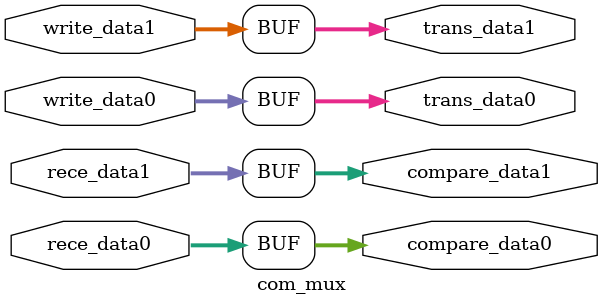
<source format=v>
/*

Copyright (c) 2015-2016 haorui

email:hao310rui@163.com

Permission is hereby granted, free of charge, to any person obtaining a copy
of this software and associated documentation files (the "Software"), to deal
in the Software without restriction, including without limitation the rights
to use, copy, modify, merge, publish, distribute, sublicense, and/or sell
copies of the Software, and to permit persons to whom the Software is
furnished to do so, subject to the following conditions:

The above copyright notice and this permission notice shall be included in
all copies or substantial portions of the Software.

THE SOFTWARE IS PROVIDED "AS IS", WITHOUT WARRANTY OF ANY KIND, EXPRESS OR
IMPLIED, INCLUDING BUT NOT LIMITED TO THE WARRANTIES OF MERCHANTABILITY
FITNESS FOR A PARTICULAR PURPOSE AND NONINFRINGEMENT. IN NO EVENT SHALL THE
AUTHORS OR COPYRIGHT HOLDERS BE LIABLE FOR ANY CLAIM, DAMAGES OR OTHER
LIABILITY, WHETHER IN AN ACTION OF CONTRACT, TORT OR OTHERWISE, ARISING FROM,
OUT OF OR IN CONNECTION WITH THE SOFTWARE OR THE USE OR OTHER DEALINGS IN
THE SOFTWARE.

*/

// Language: Verilog 2001

`timescale 1ns / 1ps

/*
 * compare logic  
 */
module com_mux #(
    // compare data bus width
    parameter DATA_WIDTH = 64,
    parameter COM_STYLE = "UP"
)
(
    input  wire  [DATA_WIDTH-1:0]    write_data0   ,
    input  wire  [DATA_WIDTH-1:0]    write_data1   ,

    output wire  [DATA_WIDTH-1:0]    compare_data0 ,
    output wire  [DATA_WIDTH-1:0]    compare_data1 ,

    output  wire  [DATA_WIDTH-1:0]    trans_data0  ,
    output  wire  [DATA_WIDTH-1:0]    trans_data1  ,
    input   wire  [DATA_WIDTH-1:0]    rece_data0   ,
    input   wire  [DATA_WIDTH-1:0]    rece_data1

);

assign   trans_data0 = write_data0 ;
assign   trans_data1 = write_data1 ;

assign   compare_data0 = rece_data0 ;
assign   compare_data1 = rece_data1 ;

endmodule


</source>
